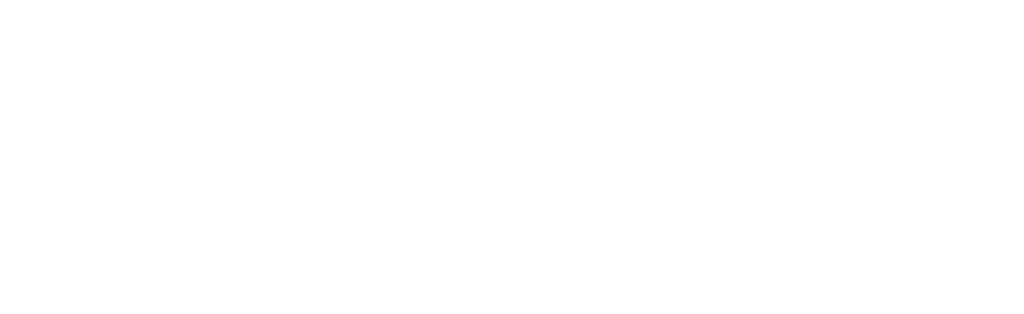
<source format=kicad_pcb>
(kicad_pcb (version 20240108) (generator pcbnew)
  (layers (0 "F.Cu" signal) (31 "B.Cu" signal) (34 "B.Paste" user) (35 "F.Paste" user) (36 "B.SilkS" user "B.Silkscreen") (37 "F.SilkS" user "F.Silkscreen") (38 "B.Mask" user) (39 "F.Mask" user) (44 "Edge.Cuts" user))
  (net 0 "")
  (footprint "MountingHole_5.3mm_M5_DIN965" (layer "F.Cu") (at 0 0)
    (property "Reference" "REF**")
    (property "Value" "MountingHole_5.3mm_M5_DIN965")
    (pad "" np_thru_hole circle (at 0 0) (size 5.3 5.3) (drill 5.3) (layers *.Cu *.Mask))
  )
)
</source>
